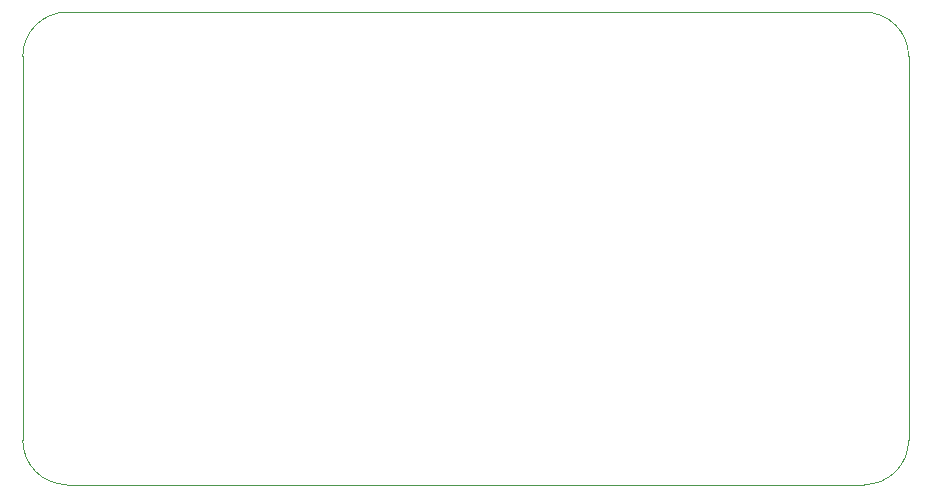
<source format=gm1>
G04 #@! TF.GenerationSoftware,KiCad,Pcbnew,8.0.2*
G04 #@! TF.CreationDate,2024-06-09T12:52:48+02:00*
G04 #@! TF.ProjectId,Remote,52656d6f-7465-42e6-9b69-6361645f7063,rev?*
G04 #@! TF.SameCoordinates,Original*
G04 #@! TF.FileFunction,Profile,NP*
%FSLAX46Y46*%
G04 Gerber Fmt 4.6, Leading zero omitted, Abs format (unit mm)*
G04 Created by KiCad (PCBNEW 8.0.2) date 2024-06-09 12:52:48*
%MOMM*%
%LPD*%
G01*
G04 APERTURE LIST*
G04 #@! TA.AperFunction,Profile*
%ADD10C,0.100000*%
G04 #@! TD*
G04 APERTURE END LIST*
D10*
X152245000Y-91484000D02*
G75*
G02*
X148495000Y-95234000I-3750000J0D01*
G01*
X77245000Y-58984000D02*
G75*
G02*
X80995000Y-55234000I3750000J0D01*
G01*
X148495000Y-95234000D02*
X80995000Y-95234000D01*
X80995000Y-95234000D02*
G75*
G02*
X77245000Y-91484000I0J3750000D01*
G01*
X152245000Y-58984000D02*
X152245000Y-91484000D01*
X148495000Y-55234000D02*
G75*
G02*
X152245000Y-58984000I0J-3750000D01*
G01*
X80995000Y-55234000D02*
X148495000Y-55234000D01*
X77245000Y-91484000D02*
X77245000Y-58984000D01*
M02*

</source>
